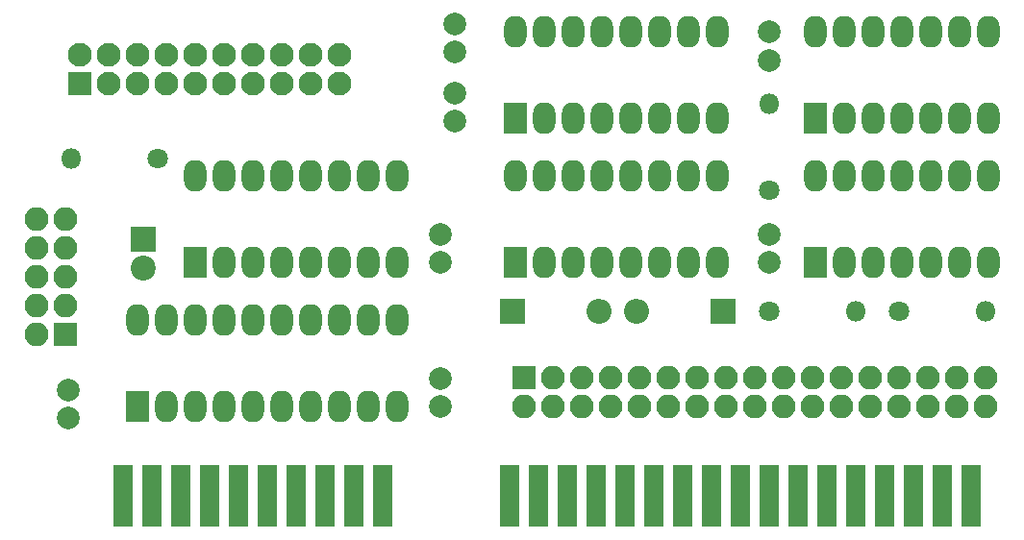
<source format=gts>
G04 #@! TF.FileFunction,Soldermask,Top*
%FSLAX46Y46*%
G04 Gerber Fmt 4.6, Leading zero omitted, Abs format (unit mm)*
G04 Created by KiCad (PCBNEW 4.0.7) date Mon Dec  3 14:16:20 2018*
%MOMM*%
%LPD*%
G01*
G04 APERTURE LIST*
%ADD10C,0.100000*%
%ADD11R,2.100000X2.100000*%
%ADD12O,2.100000X2.100000*%
%ADD13R,1.670000X5.480000*%
%ADD14C,2.000000*%
%ADD15R,2.200000X2.200000*%
%ADD16O,2.200000X2.200000*%
%ADD17C,2.100000*%
%ADD18C,1.800000*%
%ADD19O,1.800000X1.800000*%
%ADD20R,2.000000X2.800000*%
%ADD21O,2.000000X2.800000*%
%ADD22C,2.200000*%
G04 APERTURE END LIST*
D10*
D11*
X30480000Y-55626000D03*
D12*
X27940000Y-55626000D03*
X30480000Y-53086000D03*
X27940000Y-53086000D03*
X30480000Y-50546000D03*
X27940000Y-50546000D03*
X30480000Y-48006000D03*
X27940000Y-48006000D03*
X30480000Y-45466000D03*
X27940000Y-45466000D03*
D11*
X70866005Y-59435989D03*
D12*
X70866005Y-61975989D03*
X73406005Y-59435989D03*
X73406005Y-61975989D03*
X75946005Y-59435989D03*
X75946005Y-61975989D03*
X78486005Y-59435989D03*
X78486005Y-61975989D03*
X81026005Y-59435989D03*
X81026005Y-61975989D03*
X83566005Y-59435989D03*
X83566005Y-61975989D03*
X86106005Y-59435989D03*
X86106005Y-61975989D03*
X88646005Y-59435989D03*
X88646005Y-61975989D03*
X91186005Y-59435989D03*
X91186005Y-61975989D03*
X93726005Y-59435989D03*
X93726005Y-61975989D03*
X96266005Y-59435989D03*
X96266005Y-61975989D03*
X98806005Y-59435989D03*
X98806005Y-61975989D03*
X101346005Y-59435989D03*
X101346005Y-61975989D03*
X103886005Y-59435989D03*
X103886005Y-61975989D03*
X106426005Y-59435989D03*
X106426005Y-61975989D03*
X108966005Y-59435989D03*
X108966005Y-61975989D03*
X111506005Y-59435989D03*
X111506005Y-61975989D03*
D13*
X69596000Y-69850000D03*
X72136000Y-69850000D03*
X74676000Y-69850000D03*
X77216000Y-69850000D03*
X79756000Y-69850000D03*
X82296000Y-69850000D03*
X84836000Y-69850000D03*
X87376000Y-69850000D03*
X89916000Y-69850000D03*
X92456000Y-69850000D03*
X94996000Y-69850000D03*
X97536000Y-69850000D03*
X100076000Y-69850000D03*
X102616000Y-69850000D03*
X105156000Y-69850000D03*
X107696000Y-69850000D03*
X110236000Y-69850000D03*
X35560000Y-69850000D03*
X38100000Y-69850000D03*
X40640000Y-69850000D03*
X43180000Y-69850000D03*
X45720000Y-69850000D03*
X48260000Y-69850000D03*
X50800000Y-69850000D03*
X53340000Y-69850000D03*
X55880000Y-69850000D03*
X58420000Y-69850000D03*
D14*
X64770000Y-30734000D03*
X64770000Y-28234000D03*
X64770000Y-36830000D03*
X64770000Y-34330000D03*
X30734000Y-62992000D03*
X30734000Y-60492000D03*
X92456000Y-49276000D03*
X92456000Y-46776000D03*
X92456000Y-31456000D03*
X92456000Y-28956000D03*
X63500000Y-61976000D03*
X63500000Y-59476000D03*
X63500000Y-49276000D03*
X63500000Y-46776000D03*
D15*
X88392000Y-53594000D03*
D16*
X80772000Y-53594000D03*
D15*
X69850000Y-53594000D03*
D16*
X77470000Y-53594000D03*
D11*
X31750000Y-33528000D03*
D17*
X31750000Y-30988000D03*
X34290000Y-33528000D03*
X34290000Y-30988000D03*
X36830000Y-33528000D03*
X36830000Y-30988000D03*
X39370000Y-33528000D03*
X39370000Y-30988000D03*
X41910000Y-33528000D03*
X41910000Y-30988000D03*
X44450000Y-33528000D03*
X44450000Y-30988000D03*
X46990000Y-33528000D03*
X46990000Y-30988000D03*
X49530000Y-33528000D03*
X49530000Y-30988000D03*
X52070000Y-33528000D03*
X52070000Y-30988000D03*
X54610000Y-33528000D03*
X54610000Y-30988000D03*
D18*
X92456000Y-53594000D03*
D19*
X100076000Y-53594000D03*
D18*
X103886000Y-53594000D03*
D19*
X111506000Y-53594000D03*
D18*
X92456000Y-42926000D03*
D19*
X92456000Y-35306000D03*
D18*
X38608000Y-40132000D03*
D19*
X30988000Y-40132000D03*
D20*
X70104000Y-49276000D03*
D21*
X87884000Y-41656000D03*
X72644000Y-49276000D03*
X85344000Y-41656000D03*
X75184000Y-49276000D03*
X82804000Y-41656000D03*
X77724000Y-49276000D03*
X80264000Y-41656000D03*
X80264000Y-49276000D03*
X77724000Y-41656000D03*
X82804000Y-49276000D03*
X75184000Y-41656000D03*
X85344000Y-49276000D03*
X72644000Y-41656000D03*
X87884000Y-49276000D03*
X70104000Y-41656000D03*
D20*
X96520000Y-49276000D03*
D21*
X111760000Y-41656000D03*
X99060000Y-49276000D03*
X109220000Y-41656000D03*
X101600000Y-49276000D03*
X106680000Y-41656000D03*
X104140000Y-49276000D03*
X104140000Y-41656000D03*
X106680000Y-49276000D03*
X101600000Y-41656000D03*
X109220000Y-49276000D03*
X99060000Y-41656000D03*
X111760000Y-49276000D03*
X96520000Y-41656000D03*
D20*
X70104000Y-36576000D03*
D21*
X87884000Y-28956000D03*
X72644000Y-36576000D03*
X85344000Y-28956000D03*
X75184000Y-36576000D03*
X82804000Y-28956000D03*
X77724000Y-36576000D03*
X80264000Y-28956000D03*
X80264000Y-36576000D03*
X77724000Y-28956000D03*
X82804000Y-36576000D03*
X75184000Y-28956000D03*
X85344000Y-36576000D03*
X72644000Y-28956000D03*
X87884000Y-36576000D03*
X70104000Y-28956000D03*
D20*
X96520000Y-36576000D03*
D21*
X111760000Y-28956000D03*
X99060000Y-36576000D03*
X109220000Y-28956000D03*
X101600000Y-36576000D03*
X106680000Y-28956000D03*
X104140000Y-36576000D03*
X104140000Y-28956000D03*
X106680000Y-36576000D03*
X101600000Y-28956000D03*
X109220000Y-36576000D03*
X99060000Y-28956000D03*
X111760000Y-36576000D03*
X96520000Y-28956000D03*
D20*
X41910000Y-49276000D03*
D21*
X59690000Y-41656000D03*
X44450000Y-49276000D03*
X57150000Y-41656000D03*
X46990000Y-49276000D03*
X54610000Y-41656000D03*
X49530000Y-49276000D03*
X52070000Y-41656000D03*
X52070000Y-49276000D03*
X49530000Y-41656000D03*
X54610000Y-49276000D03*
X46990000Y-41656000D03*
X57150000Y-49276000D03*
X44450000Y-41656000D03*
X59690000Y-49276000D03*
X41910000Y-41656000D03*
D20*
X36830000Y-61976000D03*
D21*
X59690000Y-54356000D03*
X39370000Y-61976000D03*
X57150000Y-54356000D03*
X41910000Y-61976000D03*
X54610000Y-54356000D03*
X44450000Y-61976000D03*
X52070000Y-54356000D03*
X46990000Y-61976000D03*
X49530000Y-54356000D03*
X49530000Y-61976000D03*
X46990000Y-54356000D03*
X52070000Y-61976000D03*
X44450000Y-54356000D03*
X54610000Y-61976000D03*
X41910000Y-54356000D03*
X57150000Y-61976000D03*
X39370000Y-54356000D03*
X59690000Y-61976000D03*
X36830000Y-54356000D03*
D15*
X37338000Y-47244000D03*
D22*
X37338000Y-49784000D03*
M02*

</source>
